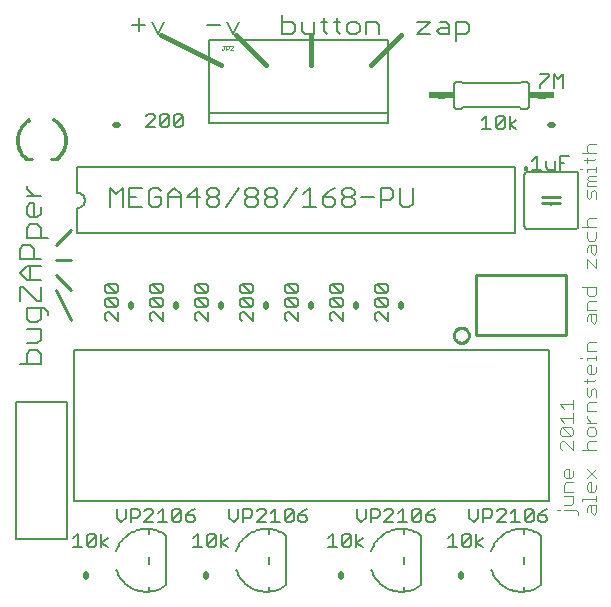
<source format=gto>
G75*
G70*
%OFA0B0*%
%FSLAX24Y24*%
%IPPOS*%
%LPD*%
%AMOC8*
5,1,8,0,0,1.08239X$1,22.5*
%
%ADD10C,0.0060*%
%ADD11C,0.0160*%
%ADD12C,0.0040*%
%ADD13C,0.0100*%
%ADD14C,0.0050*%
%ADD15C,0.0200*%
%ADD16C,0.0070*%
%ADD17C,0.0080*%
%ADD18C,0.0010*%
%ADD19R,0.0340X0.0240*%
%ADD20C,0.0240*%
D10*
X000390Y008131D02*
X001091Y008131D01*
X001091Y008481D01*
X000974Y008598D01*
X000741Y008598D01*
X000624Y008481D01*
X000624Y008131D01*
X000624Y008831D02*
X000974Y008831D01*
X001091Y008947D01*
X001091Y009298D01*
X000624Y009298D01*
X000741Y009530D02*
X000974Y009530D01*
X001091Y009647D01*
X001091Y009997D01*
X001208Y009997D02*
X001324Y009881D01*
X001324Y009764D01*
X001208Y009997D02*
X000624Y009997D01*
X000624Y009647D01*
X000741Y009530D01*
X000974Y010230D02*
X001091Y010230D01*
X001091Y010697D01*
X001091Y010930D02*
X000624Y010930D01*
X000390Y011163D01*
X000624Y011397D01*
X001091Y011397D01*
X001091Y011630D02*
X000390Y011630D01*
X000390Y011980D01*
X000507Y012097D01*
X000741Y012097D01*
X000857Y011980D01*
X000857Y011630D01*
X000741Y011397D02*
X000741Y010930D01*
X000507Y010697D02*
X000390Y010697D01*
X000390Y010230D01*
X000507Y010697D02*
X000974Y010230D01*
X001091Y012329D02*
X001091Y012680D01*
X000974Y012796D01*
X000741Y012796D01*
X000624Y012680D01*
X000624Y012329D01*
X001324Y012329D01*
X000974Y013029D02*
X000741Y013029D01*
X000624Y013146D01*
X000624Y013379D01*
X000741Y013496D01*
X000857Y013496D01*
X000857Y013029D01*
X000974Y013029D02*
X001091Y013146D01*
X001091Y013379D01*
X001091Y013729D02*
X000624Y013729D01*
X000857Y013729D02*
X000624Y013962D01*
X000624Y014079D01*
X002321Y013851D02*
X002321Y014701D01*
X016921Y014701D01*
X016921Y012501D01*
X002321Y012501D01*
X002321Y013351D01*
X002351Y013353D01*
X002381Y013358D01*
X002410Y013367D01*
X002437Y013380D01*
X002463Y013395D01*
X002487Y013414D01*
X002508Y013435D01*
X002527Y013459D01*
X002542Y013485D01*
X002555Y013512D01*
X002564Y013541D01*
X002569Y013571D01*
X002571Y013601D01*
X002569Y013631D01*
X002564Y013661D01*
X002555Y013690D01*
X002542Y013717D01*
X002527Y013743D01*
X002508Y013767D01*
X002487Y013788D01*
X002463Y013807D01*
X002437Y013822D01*
X002410Y013835D01*
X002381Y013844D01*
X002351Y013849D01*
X002321Y013851D01*
X005009Y019131D02*
X005222Y019558D01*
X004795Y019558D02*
X005009Y019131D01*
X004578Y019451D02*
X004151Y019451D01*
X004364Y019665D02*
X004364Y019238D01*
X006651Y019451D02*
X007078Y019451D01*
X007295Y019558D02*
X007509Y019131D01*
X007722Y019558D01*
X009151Y019558D02*
X009471Y019558D01*
X009578Y019451D01*
X009578Y019238D01*
X009471Y019131D01*
X009151Y019131D01*
X009151Y019771D01*
X009795Y019558D02*
X009795Y019238D01*
X009902Y019131D01*
X010222Y019131D01*
X010222Y019558D01*
X010440Y019558D02*
X010654Y019558D01*
X010547Y019665D02*
X010547Y019238D01*
X010654Y019131D01*
X010976Y019238D02*
X011083Y019131D01*
X010976Y019238D02*
X010976Y019665D01*
X010870Y019558D02*
X011083Y019558D01*
X011299Y019451D02*
X011299Y019238D01*
X011406Y019131D01*
X011620Y019131D01*
X011726Y019238D01*
X011726Y019451D01*
X011620Y019558D01*
X011406Y019558D01*
X011299Y019451D01*
X011944Y019558D02*
X011944Y019131D01*
X011944Y019558D02*
X012264Y019558D01*
X012371Y019451D01*
X012371Y019131D01*
X013651Y019131D02*
X014078Y019131D01*
X014295Y019238D02*
X014402Y019344D01*
X014722Y019344D01*
X014722Y019451D02*
X014616Y019558D01*
X014402Y019558D01*
X014078Y019558D02*
X013651Y019131D01*
X013651Y019558D02*
X014078Y019558D01*
X014295Y019238D02*
X014402Y019131D01*
X014722Y019131D01*
X014722Y019451D01*
X014940Y019558D02*
X015260Y019558D01*
X015367Y019451D01*
X015367Y019238D01*
X015260Y019131D01*
X014940Y019131D01*
X014940Y018917D02*
X014940Y019558D01*
X014971Y017551D02*
X015121Y017551D01*
X015171Y017501D01*
X017071Y017501D01*
X017121Y017551D01*
X017271Y017551D01*
X017288Y017549D01*
X017305Y017545D01*
X017321Y017538D01*
X017335Y017528D01*
X017348Y017515D01*
X017358Y017501D01*
X017365Y017485D01*
X017369Y017468D01*
X017371Y017451D01*
X017371Y016751D01*
X017369Y016734D01*
X017365Y016717D01*
X017358Y016701D01*
X017348Y016687D01*
X017335Y016674D01*
X017321Y016664D01*
X017305Y016657D01*
X017288Y016653D01*
X017271Y016651D01*
X017121Y016651D01*
X017071Y016701D01*
X015171Y016701D01*
X015121Y016651D01*
X014971Y016651D01*
X014954Y016653D01*
X014937Y016657D01*
X014921Y016664D01*
X014907Y016674D01*
X014894Y016687D01*
X014884Y016701D01*
X014877Y016717D01*
X014873Y016734D01*
X014871Y016751D01*
X014871Y017451D01*
X014873Y017468D01*
X014877Y017485D01*
X014884Y017501D01*
X014894Y017515D01*
X014907Y017528D01*
X014921Y017538D01*
X014937Y017545D01*
X014954Y017549D01*
X014971Y017551D01*
X017321Y014551D02*
X018921Y014551D01*
X018938Y014549D01*
X018955Y014545D01*
X018971Y014538D01*
X018985Y014528D01*
X018998Y014515D01*
X019008Y014501D01*
X019015Y014485D01*
X019019Y014468D01*
X019021Y014451D01*
X019021Y012751D01*
X019019Y012734D01*
X019015Y012717D01*
X019008Y012701D01*
X018998Y012687D01*
X018985Y012674D01*
X018971Y012664D01*
X018955Y012657D01*
X018938Y012653D01*
X018921Y012651D01*
X017321Y012651D01*
X017304Y012653D01*
X017287Y012657D01*
X017271Y012664D01*
X017257Y012674D01*
X017244Y012687D01*
X017234Y012701D01*
X017227Y012717D01*
X017223Y012734D01*
X017221Y012751D01*
X017221Y014451D01*
X017223Y014468D01*
X017227Y014485D01*
X017234Y014501D01*
X017244Y014515D01*
X017257Y014528D01*
X017271Y014538D01*
X017287Y014545D01*
X017304Y014549D01*
X017321Y014551D01*
X018121Y013751D02*
X018121Y013701D01*
X018121Y013501D02*
X018121Y013451D01*
D11*
X013121Y019101D02*
X012121Y018101D01*
X010121Y018101D02*
X010121Y019101D01*
X008621Y018101D02*
X007621Y019101D01*
X007121Y018101D02*
X005121Y019101D01*
D12*
X018391Y006804D02*
X018851Y006804D01*
X018851Y006957D02*
X018851Y006650D01*
X018851Y006497D02*
X018851Y006190D01*
X018851Y006343D02*
X018391Y006343D01*
X018544Y006190D01*
X018467Y006036D02*
X018774Y005729D01*
X018851Y005806D01*
X018851Y005960D01*
X018774Y006036D01*
X018467Y006036D01*
X018391Y005960D01*
X018391Y005806D01*
X018467Y005729D01*
X018774Y005729D01*
X018851Y005576D02*
X018851Y005269D01*
X018544Y005576D01*
X018467Y005576D01*
X018391Y005499D01*
X018391Y005346D01*
X018467Y005269D01*
X018621Y004655D02*
X018698Y004655D01*
X018698Y004348D01*
X018774Y004348D02*
X018621Y004348D01*
X018544Y004425D01*
X018544Y004579D01*
X018621Y004655D01*
X018851Y004579D02*
X018851Y004425D01*
X018774Y004348D01*
X018851Y004195D02*
X018621Y004195D01*
X018544Y004118D01*
X018544Y003888D01*
X018851Y003888D01*
X018851Y003735D02*
X018544Y003735D01*
X018851Y003735D02*
X018851Y003504D01*
X018774Y003428D01*
X018544Y003428D01*
X018544Y003274D02*
X018928Y003274D01*
X019004Y003197D01*
X019004Y003121D01*
X019294Y003197D02*
X019294Y003351D01*
X019371Y003428D01*
X019601Y003428D01*
X019601Y003197D01*
X019524Y003121D01*
X019448Y003197D01*
X019448Y003428D01*
X019601Y003581D02*
X019601Y003735D01*
X019601Y003658D02*
X019141Y003658D01*
X019141Y003581D01*
X019371Y003888D02*
X019294Y003965D01*
X019294Y004118D01*
X019371Y004195D01*
X019448Y004195D01*
X019448Y003888D01*
X019524Y003888D02*
X019371Y003888D01*
X019524Y003888D02*
X019601Y003965D01*
X019601Y004118D01*
X019601Y004348D02*
X019294Y004655D01*
X019294Y004348D02*
X019601Y004655D01*
X019601Y005269D02*
X019141Y005269D01*
X019294Y005346D02*
X019294Y005499D01*
X019371Y005576D01*
X019601Y005576D01*
X019524Y005729D02*
X019371Y005729D01*
X019294Y005806D01*
X019294Y005960D01*
X019371Y006036D01*
X019524Y006036D01*
X019601Y005960D01*
X019601Y005806D01*
X019524Y005729D01*
X019294Y005346D02*
X019371Y005269D01*
X019448Y006190D02*
X019294Y006343D01*
X019294Y006420D01*
X019294Y006573D02*
X019294Y006804D01*
X019371Y006880D01*
X019601Y006880D01*
X019601Y007034D02*
X019601Y007264D01*
X019524Y007341D01*
X019448Y007264D01*
X019448Y007110D01*
X019371Y007034D01*
X019294Y007110D01*
X019294Y007341D01*
X019294Y007494D02*
X019294Y007648D01*
X019217Y007571D02*
X019524Y007571D01*
X019601Y007648D01*
X019524Y007801D02*
X019371Y007801D01*
X019294Y007878D01*
X019294Y008031D01*
X019371Y008108D01*
X019448Y008108D01*
X019448Y007801D01*
X019524Y007801D02*
X019601Y007878D01*
X019601Y008031D01*
X019601Y008261D02*
X019601Y008415D01*
X019601Y008338D02*
X019294Y008338D01*
X019294Y008261D01*
X019141Y008338D02*
X019064Y008338D01*
X019294Y008568D02*
X019294Y008798D01*
X019371Y008875D01*
X019601Y008875D01*
X019601Y008568D02*
X019294Y008568D01*
X019524Y009489D02*
X019448Y009566D01*
X019448Y009796D01*
X019371Y009796D02*
X019601Y009796D01*
X019601Y009566D01*
X019524Y009489D01*
X019294Y009566D02*
X019294Y009719D01*
X019371Y009796D01*
X019294Y009949D02*
X019294Y010179D01*
X019371Y010256D01*
X019601Y010256D01*
X019524Y010410D02*
X019371Y010410D01*
X019294Y010486D01*
X019294Y010717D01*
X019141Y010717D02*
X019601Y010717D01*
X019601Y010486D01*
X019524Y010410D01*
X019601Y009949D02*
X019294Y009949D01*
X019294Y011330D02*
X019294Y011637D01*
X019601Y011330D01*
X019601Y011637D01*
X019524Y011791D02*
X019448Y011867D01*
X019448Y012098D01*
X019371Y012098D02*
X019601Y012098D01*
X019601Y011867D01*
X019524Y011791D01*
X019294Y011867D02*
X019294Y012021D01*
X019371Y012098D01*
X019371Y012251D02*
X019524Y012251D01*
X019601Y012328D01*
X019601Y012558D01*
X019601Y012711D02*
X019141Y012711D01*
X019294Y012788D02*
X019294Y012942D01*
X019371Y013018D01*
X019601Y013018D01*
X019371Y012711D02*
X019294Y012788D01*
X019294Y012558D02*
X019294Y012328D01*
X019371Y012251D01*
X019371Y013632D02*
X019294Y013709D01*
X019294Y013939D01*
X019294Y014093D02*
X019294Y014169D01*
X019371Y014246D01*
X019294Y014323D01*
X019371Y014399D01*
X019601Y014399D01*
X019601Y014246D02*
X019371Y014246D01*
X019294Y014093D02*
X019601Y014093D01*
X019524Y013939D02*
X019448Y013862D01*
X019448Y013709D01*
X019371Y013632D01*
X019601Y013632D02*
X019601Y013862D01*
X019524Y013939D01*
X019601Y014553D02*
X019601Y014706D01*
X019601Y014630D02*
X019294Y014630D01*
X019294Y014553D01*
X019141Y014630D02*
X019064Y014630D01*
X019217Y014936D02*
X019524Y014936D01*
X019601Y015013D01*
X019601Y015167D02*
X019141Y015167D01*
X019294Y015243D02*
X019294Y015397D01*
X019371Y015474D01*
X019601Y015474D01*
X019371Y015167D02*
X019294Y015243D01*
X019294Y015013D02*
X019294Y014860D01*
X018391Y006804D02*
X018544Y006650D01*
X019294Y006573D02*
X019601Y006573D01*
X019601Y006190D02*
X019294Y006190D01*
X018391Y003274D02*
X018314Y003274D01*
D13*
X018621Y009101D02*
X015621Y009101D01*
X015621Y011101D01*
X018621Y011101D01*
X018621Y009101D01*
X014871Y009101D02*
X014873Y009132D01*
X014879Y009163D01*
X014889Y009193D01*
X014902Y009221D01*
X014919Y009248D01*
X014939Y009272D01*
X014962Y009294D01*
X014987Y009312D01*
X015015Y009327D01*
X015044Y009339D01*
X015074Y009347D01*
X015105Y009351D01*
X015137Y009351D01*
X015168Y009347D01*
X015198Y009339D01*
X015227Y009327D01*
X015255Y009312D01*
X015280Y009294D01*
X015303Y009272D01*
X015323Y009248D01*
X015340Y009221D01*
X015353Y009193D01*
X015363Y009163D01*
X015369Y009132D01*
X015371Y009101D01*
X015369Y009070D01*
X015363Y009039D01*
X015353Y009009D01*
X015340Y008981D01*
X015323Y008954D01*
X015303Y008930D01*
X015280Y008908D01*
X015255Y008890D01*
X015227Y008875D01*
X015198Y008863D01*
X015168Y008855D01*
X015137Y008851D01*
X015105Y008851D01*
X015074Y008855D01*
X015044Y008863D01*
X015015Y008875D01*
X014987Y008890D01*
X014962Y008908D01*
X014939Y008930D01*
X014919Y008954D01*
X014902Y008981D01*
X014889Y009009D01*
X014879Y009039D01*
X014873Y009070D01*
X014871Y009101D01*
X017821Y013501D02*
X018121Y013501D01*
X018421Y013501D01*
X018421Y013701D02*
X018121Y013701D01*
X017821Y013701D01*
X002121Y012601D02*
X001621Y012101D01*
X001621Y011601D02*
X002121Y011601D01*
X001621Y011101D02*
X002121Y010601D01*
X001621Y010601D02*
X002121Y009601D01*
X001631Y014981D02*
X001431Y014981D01*
X000791Y014981D02*
X000611Y014981D01*
D14*
X002182Y002036D02*
X002482Y002036D01*
X002332Y002036D02*
X002332Y002486D01*
X002182Y002336D01*
X002642Y002411D02*
X002642Y002111D01*
X002942Y002411D01*
X002942Y002111D01*
X002867Y002036D01*
X002717Y002036D01*
X002642Y002111D01*
X002642Y002411D02*
X002717Y002486D01*
X002867Y002486D01*
X002942Y002411D01*
X003102Y002486D02*
X003102Y002036D01*
X003102Y002186D02*
X003327Y002336D01*
X003102Y002186D02*
X003327Y002036D01*
X003784Y002876D02*
X003934Y003026D01*
X003934Y003326D01*
X004094Y003326D02*
X004319Y003326D01*
X004394Y003251D01*
X004394Y003101D01*
X004319Y003026D01*
X004094Y003026D01*
X004094Y002876D02*
X004094Y003326D01*
X003634Y003326D02*
X003634Y003026D01*
X003784Y002876D01*
X004554Y002876D02*
X004855Y003176D01*
X004855Y003251D01*
X004779Y003326D01*
X004629Y003326D01*
X004554Y003251D01*
X004554Y002876D02*
X004855Y002876D01*
X005015Y002876D02*
X005315Y002876D01*
X005165Y002876D02*
X005165Y003326D01*
X005015Y003176D01*
X004721Y002646D02*
X004721Y002488D01*
X005271Y002425D02*
X005271Y000776D01*
X004721Y000714D02*
X004721Y000556D01*
X004721Y001488D02*
X004721Y001714D01*
X005271Y002426D02*
X005220Y002463D01*
X005167Y002498D01*
X005111Y002530D01*
X005054Y002558D01*
X004995Y002582D01*
X004935Y002603D01*
X004874Y002620D01*
X004812Y002634D01*
X004749Y002643D01*
X004686Y002649D01*
X004622Y002651D01*
X004558Y002649D01*
X004495Y002643D01*
X004432Y002634D01*
X004370Y002621D01*
X004309Y002603D01*
X004249Y002583D01*
X004190Y002558D01*
X004133Y002531D01*
X004077Y002499D01*
X004024Y002465D01*
X003973Y002427D01*
X003924Y002386D01*
X003878Y002342D01*
X003834Y002296D01*
X003793Y002247D01*
X003756Y002196D01*
X003721Y002142D01*
X003690Y002087D01*
X003662Y002030D01*
X003638Y001971D01*
X003618Y001911D01*
X003618Y001291D02*
X003638Y001232D01*
X003661Y001175D01*
X003688Y001118D01*
X003719Y001064D01*
X003752Y001011D01*
X003789Y000961D01*
X003828Y000912D01*
X003871Y000867D01*
X003916Y000823D01*
X003963Y000783D01*
X004013Y000745D01*
X004065Y000710D01*
X004119Y000679D01*
X004174Y000651D01*
X004231Y000626D01*
X004290Y000605D01*
X004350Y000587D01*
X004411Y000572D01*
X004472Y000562D01*
X004534Y000555D01*
X004596Y000551D01*
X004659Y000552D01*
X004721Y000556D01*
X004781Y000563D01*
X004840Y000574D01*
X004898Y000588D01*
X004955Y000606D01*
X005012Y000626D01*
X005067Y000650D01*
X005121Y000677D01*
X005173Y000708D01*
X005223Y000741D01*
X005271Y000776D01*
X006182Y002036D02*
X006482Y002036D01*
X006332Y002036D02*
X006332Y002486D01*
X006182Y002336D01*
X006642Y002411D02*
X006642Y002111D01*
X006942Y002411D01*
X006942Y002111D01*
X006867Y002036D01*
X006717Y002036D01*
X006642Y002111D01*
X006642Y002411D02*
X006717Y002486D01*
X006867Y002486D01*
X006942Y002411D01*
X007102Y002486D02*
X007102Y002036D01*
X007102Y002186D02*
X007327Y002336D01*
X007102Y002186D02*
X007327Y002036D01*
X007534Y002876D02*
X007384Y003026D01*
X007384Y003326D01*
X007684Y003326D02*
X007684Y003026D01*
X007534Y002876D01*
X007844Y002876D02*
X007844Y003326D01*
X008069Y003326D01*
X008144Y003251D01*
X008144Y003101D01*
X008069Y003026D01*
X007844Y003026D01*
X008304Y002876D02*
X008605Y003176D01*
X008605Y003251D01*
X008529Y003326D01*
X008379Y003326D01*
X008304Y003251D01*
X008304Y002876D02*
X008605Y002876D01*
X008765Y002876D02*
X009065Y002876D01*
X008915Y002876D02*
X008915Y003326D01*
X008765Y003176D01*
X009225Y003251D02*
X009225Y002951D01*
X009525Y003251D01*
X009525Y002951D01*
X009450Y002876D01*
X009300Y002876D01*
X009225Y002951D01*
X009225Y003251D02*
X009300Y003326D01*
X009450Y003326D01*
X009525Y003251D01*
X009685Y003101D02*
X009911Y003101D01*
X009986Y003026D01*
X009986Y002951D01*
X009911Y002876D01*
X009760Y002876D01*
X009685Y002951D01*
X009685Y003101D01*
X009836Y003251D01*
X009986Y003326D01*
X009271Y002425D02*
X009271Y000776D01*
X008721Y000714D02*
X008721Y000556D01*
X008721Y001488D02*
X008721Y001714D01*
X009271Y002426D02*
X009220Y002463D01*
X009167Y002498D01*
X009111Y002530D01*
X009054Y002558D01*
X008995Y002582D01*
X008935Y002603D01*
X008874Y002620D01*
X008812Y002634D01*
X008749Y002643D01*
X008686Y002649D01*
X008622Y002651D01*
X008558Y002649D01*
X008495Y002643D01*
X008432Y002634D01*
X008370Y002621D01*
X008309Y002603D01*
X008249Y002583D01*
X008190Y002558D01*
X008133Y002531D01*
X008077Y002499D01*
X008024Y002465D01*
X007973Y002427D01*
X007924Y002386D01*
X007878Y002342D01*
X007834Y002296D01*
X007793Y002247D01*
X007756Y002196D01*
X007721Y002142D01*
X007690Y002087D01*
X007662Y002030D01*
X007638Y001971D01*
X007618Y001911D01*
X007618Y001291D02*
X007638Y001232D01*
X007661Y001175D01*
X007688Y001118D01*
X007719Y001064D01*
X007752Y001011D01*
X007789Y000961D01*
X007828Y000912D01*
X007871Y000867D01*
X007916Y000823D01*
X007963Y000783D01*
X008013Y000745D01*
X008065Y000710D01*
X008119Y000679D01*
X008174Y000651D01*
X008231Y000626D01*
X008290Y000605D01*
X008350Y000587D01*
X008411Y000572D01*
X008472Y000562D01*
X008534Y000555D01*
X008596Y000551D01*
X008659Y000552D01*
X008721Y000556D01*
X008781Y000563D01*
X008840Y000574D01*
X008898Y000588D01*
X008955Y000606D01*
X009012Y000626D01*
X009067Y000650D01*
X009121Y000677D01*
X009173Y000708D01*
X009223Y000741D01*
X009271Y000776D01*
X010682Y002036D02*
X010982Y002036D01*
X010832Y002036D02*
X010832Y002486D01*
X010682Y002336D01*
X011142Y002411D02*
X011142Y002111D01*
X011442Y002411D01*
X011442Y002111D01*
X011367Y002036D01*
X011217Y002036D01*
X011142Y002111D01*
X011142Y002411D02*
X011217Y002486D01*
X011367Y002486D01*
X011442Y002411D01*
X011602Y002486D02*
X011602Y002036D01*
X011602Y002186D02*
X011827Y002336D01*
X011602Y002186D02*
X011827Y002036D01*
X011784Y002876D02*
X011634Y003026D01*
X011634Y003326D01*
X011934Y003326D02*
X011934Y003026D01*
X011784Y002876D01*
X012094Y002876D02*
X012094Y003326D01*
X012319Y003326D01*
X012394Y003251D01*
X012394Y003101D01*
X012319Y003026D01*
X012094Y003026D01*
X012554Y002876D02*
X012855Y003176D01*
X012855Y003251D01*
X012779Y003326D01*
X012629Y003326D01*
X012554Y003251D01*
X012554Y002876D02*
X012855Y002876D01*
X013015Y002876D02*
X013315Y002876D01*
X013165Y002876D02*
X013165Y003326D01*
X013015Y003176D01*
X013221Y002646D02*
X013221Y002488D01*
X013550Y002876D02*
X013475Y002951D01*
X013775Y003251D01*
X013775Y002951D01*
X013700Y002876D01*
X013550Y002876D01*
X013475Y002951D02*
X013475Y003251D01*
X013550Y003326D01*
X013700Y003326D01*
X013775Y003251D01*
X013935Y003101D02*
X014161Y003101D01*
X014236Y003026D01*
X014236Y002951D01*
X014161Y002876D01*
X014010Y002876D01*
X013935Y002951D01*
X013935Y003101D01*
X014086Y003251D01*
X014236Y003326D01*
X013771Y002425D02*
X013771Y000776D01*
X013221Y000714D02*
X013221Y000556D01*
X013221Y001488D02*
X013221Y001714D01*
X013771Y002426D02*
X013720Y002463D01*
X013667Y002498D01*
X013611Y002530D01*
X013554Y002558D01*
X013495Y002582D01*
X013435Y002603D01*
X013374Y002620D01*
X013312Y002634D01*
X013249Y002643D01*
X013186Y002649D01*
X013122Y002651D01*
X013058Y002649D01*
X012995Y002643D01*
X012932Y002634D01*
X012870Y002621D01*
X012809Y002603D01*
X012749Y002583D01*
X012690Y002558D01*
X012633Y002531D01*
X012577Y002499D01*
X012524Y002465D01*
X012473Y002427D01*
X012424Y002386D01*
X012378Y002342D01*
X012334Y002296D01*
X012293Y002247D01*
X012256Y002196D01*
X012221Y002142D01*
X012190Y002087D01*
X012162Y002030D01*
X012138Y001971D01*
X012118Y001911D01*
X012118Y001291D02*
X012138Y001232D01*
X012161Y001175D01*
X012188Y001118D01*
X012219Y001064D01*
X012252Y001011D01*
X012289Y000961D01*
X012328Y000912D01*
X012371Y000867D01*
X012416Y000823D01*
X012463Y000783D01*
X012513Y000745D01*
X012565Y000710D01*
X012619Y000679D01*
X012674Y000651D01*
X012731Y000626D01*
X012790Y000605D01*
X012850Y000587D01*
X012911Y000572D01*
X012972Y000562D01*
X013034Y000555D01*
X013096Y000551D01*
X013159Y000552D01*
X013221Y000556D01*
X013281Y000563D01*
X013340Y000574D01*
X013398Y000588D01*
X013455Y000606D01*
X013512Y000626D01*
X013567Y000650D01*
X013621Y000677D01*
X013673Y000708D01*
X013723Y000741D01*
X013771Y000776D01*
X014682Y002036D02*
X014982Y002036D01*
X014832Y002036D02*
X014832Y002486D01*
X014682Y002336D01*
X015142Y002411D02*
X015142Y002111D01*
X015442Y002411D01*
X015442Y002111D01*
X015367Y002036D01*
X015217Y002036D01*
X015142Y002111D01*
X015142Y002411D02*
X015217Y002486D01*
X015367Y002486D01*
X015442Y002411D01*
X015602Y002486D02*
X015602Y002036D01*
X015602Y002186D02*
X015827Y002336D01*
X015602Y002186D02*
X015827Y002036D01*
X015844Y002876D02*
X015844Y003326D01*
X016069Y003326D01*
X016144Y003251D01*
X016144Y003101D01*
X016069Y003026D01*
X015844Y003026D01*
X015684Y003026D02*
X015684Y003326D01*
X015684Y003026D02*
X015534Y002876D01*
X015384Y003026D01*
X015384Y003326D01*
X016304Y003251D02*
X016379Y003326D01*
X016529Y003326D01*
X016605Y003251D01*
X016605Y003176D01*
X016304Y002876D01*
X016605Y002876D01*
X016765Y002876D02*
X017065Y002876D01*
X016915Y002876D02*
X016915Y003326D01*
X016765Y003176D01*
X017225Y003251D02*
X017225Y002951D01*
X017525Y003251D01*
X017525Y002951D01*
X017450Y002876D01*
X017300Y002876D01*
X017225Y002951D01*
X017221Y002646D02*
X017221Y002488D01*
X017771Y002425D02*
X017771Y000776D01*
X017221Y000714D02*
X017221Y000556D01*
X017221Y001488D02*
X017221Y001714D01*
X017771Y002426D02*
X017720Y002463D01*
X017667Y002498D01*
X017611Y002530D01*
X017554Y002558D01*
X017495Y002582D01*
X017435Y002603D01*
X017374Y002620D01*
X017312Y002634D01*
X017249Y002643D01*
X017186Y002649D01*
X017122Y002651D01*
X017058Y002649D01*
X016995Y002643D01*
X016932Y002634D01*
X016870Y002621D01*
X016809Y002603D01*
X016749Y002583D01*
X016690Y002558D01*
X016633Y002531D01*
X016577Y002499D01*
X016524Y002465D01*
X016473Y002427D01*
X016424Y002386D01*
X016378Y002342D01*
X016334Y002296D01*
X016293Y002247D01*
X016256Y002196D01*
X016221Y002142D01*
X016190Y002087D01*
X016162Y002030D01*
X016138Y001971D01*
X016118Y001911D01*
X016118Y001291D02*
X016138Y001232D01*
X016161Y001175D01*
X016188Y001118D01*
X016219Y001064D01*
X016252Y001011D01*
X016289Y000961D01*
X016328Y000912D01*
X016371Y000867D01*
X016416Y000823D01*
X016463Y000783D01*
X016513Y000745D01*
X016565Y000710D01*
X016619Y000679D01*
X016674Y000651D01*
X016731Y000626D01*
X016790Y000605D01*
X016850Y000587D01*
X016911Y000572D01*
X016972Y000562D01*
X017034Y000555D01*
X017096Y000551D01*
X017159Y000552D01*
X017221Y000556D01*
X017281Y000563D01*
X017340Y000574D01*
X017398Y000588D01*
X017455Y000606D01*
X017512Y000626D01*
X017567Y000650D01*
X017621Y000677D01*
X017673Y000708D01*
X017723Y000741D01*
X017771Y000776D01*
X017760Y002876D02*
X017911Y002876D01*
X017986Y002951D01*
X017986Y003026D01*
X017911Y003101D01*
X017685Y003101D01*
X017685Y002951D01*
X017760Y002876D01*
X017685Y003101D02*
X017836Y003251D01*
X017986Y003326D01*
X018030Y003581D02*
X018030Y008620D01*
X002211Y008620D01*
X002211Y003581D01*
X018030Y003581D01*
X017525Y003251D02*
X017450Y003326D01*
X017300Y003326D01*
X017225Y003251D01*
X012686Y009585D02*
X012386Y009885D01*
X012311Y009885D01*
X012236Y009810D01*
X012236Y009660D01*
X012311Y009585D01*
X012686Y009585D02*
X012686Y009885D01*
X012611Y010045D02*
X012311Y010345D01*
X012611Y010345D01*
X012686Y010270D01*
X012686Y010120D01*
X012611Y010045D01*
X012311Y010045D01*
X012236Y010120D01*
X012236Y010270D01*
X012311Y010345D01*
X012311Y010505D02*
X012236Y010580D01*
X012236Y010731D01*
X012311Y010806D01*
X012611Y010505D01*
X012686Y010580D01*
X012686Y010731D01*
X012611Y010806D01*
X012311Y010806D01*
X012311Y010505D02*
X012611Y010505D01*
X011186Y010580D02*
X011111Y010505D01*
X010811Y010806D01*
X011111Y010806D01*
X011186Y010731D01*
X011186Y010580D01*
X011111Y010505D02*
X010811Y010505D01*
X010736Y010580D01*
X010736Y010731D01*
X010811Y010806D01*
X010811Y010345D02*
X011111Y010045D01*
X011186Y010120D01*
X011186Y010270D01*
X011111Y010345D01*
X010811Y010345D01*
X010736Y010270D01*
X010736Y010120D01*
X010811Y010045D01*
X011111Y010045D01*
X011186Y009885D02*
X011186Y009585D01*
X010886Y009885D01*
X010811Y009885D01*
X010736Y009810D01*
X010736Y009660D01*
X010811Y009585D01*
X009686Y009585D02*
X009386Y009885D01*
X009311Y009885D01*
X009236Y009810D01*
X009236Y009660D01*
X009311Y009585D01*
X009686Y009585D02*
X009686Y009885D01*
X009611Y010045D02*
X009311Y010345D01*
X009611Y010345D01*
X009686Y010270D01*
X009686Y010120D01*
X009611Y010045D01*
X009311Y010045D01*
X009236Y010120D01*
X009236Y010270D01*
X009311Y010345D01*
X009311Y010505D02*
X009236Y010580D01*
X009236Y010731D01*
X009311Y010806D01*
X009611Y010505D01*
X009686Y010580D01*
X009686Y010731D01*
X009611Y010806D01*
X009311Y010806D01*
X009311Y010505D02*
X009611Y010505D01*
X008186Y010580D02*
X008111Y010505D01*
X007811Y010806D01*
X008111Y010806D01*
X008186Y010731D01*
X008186Y010580D01*
X008111Y010505D02*
X007811Y010505D01*
X007736Y010580D01*
X007736Y010731D01*
X007811Y010806D01*
X007811Y010345D02*
X008111Y010045D01*
X008186Y010120D01*
X008186Y010270D01*
X008111Y010345D01*
X007811Y010345D01*
X007736Y010270D01*
X007736Y010120D01*
X007811Y010045D01*
X008111Y010045D01*
X008186Y009885D02*
X008186Y009585D01*
X007886Y009885D01*
X007811Y009885D01*
X007736Y009810D01*
X007736Y009660D01*
X007811Y009585D01*
X006686Y009585D02*
X006386Y009885D01*
X006311Y009885D01*
X006236Y009810D01*
X006236Y009660D01*
X006311Y009585D01*
X006686Y009585D02*
X006686Y009885D01*
X006611Y010045D02*
X006311Y010345D01*
X006611Y010345D01*
X006686Y010270D01*
X006686Y010120D01*
X006611Y010045D01*
X006311Y010045D01*
X006236Y010120D01*
X006236Y010270D01*
X006311Y010345D01*
X006311Y010505D02*
X006236Y010580D01*
X006236Y010731D01*
X006311Y010806D01*
X006611Y010505D01*
X006686Y010580D01*
X006686Y010731D01*
X006611Y010806D01*
X006311Y010806D01*
X006311Y010505D02*
X006611Y010505D01*
X005186Y010580D02*
X005111Y010505D01*
X004811Y010806D01*
X005111Y010806D01*
X005186Y010731D01*
X005186Y010580D01*
X005111Y010505D02*
X004811Y010505D01*
X004736Y010580D01*
X004736Y010731D01*
X004811Y010806D01*
X004811Y010345D02*
X005111Y010045D01*
X005186Y010120D01*
X005186Y010270D01*
X005111Y010345D01*
X004811Y010345D01*
X004736Y010270D01*
X004736Y010120D01*
X004811Y010045D01*
X005111Y010045D01*
X005186Y009885D02*
X005186Y009585D01*
X004886Y009885D01*
X004811Y009885D01*
X004736Y009810D01*
X004736Y009660D01*
X004811Y009585D01*
X003686Y009585D02*
X003386Y009885D01*
X003311Y009885D01*
X003236Y009810D01*
X003236Y009660D01*
X003311Y009585D01*
X003686Y009585D02*
X003686Y009885D01*
X003611Y010045D02*
X003311Y010345D01*
X003611Y010345D01*
X003686Y010270D01*
X003686Y010120D01*
X003611Y010045D01*
X003311Y010045D01*
X003236Y010120D01*
X003236Y010270D01*
X003311Y010345D01*
X003311Y010505D02*
X003236Y010580D01*
X003236Y010731D01*
X003311Y010806D01*
X003611Y010505D01*
X003686Y010580D01*
X003686Y010731D01*
X003611Y010806D01*
X003311Y010806D01*
X003311Y010505D02*
X003611Y010505D01*
X004605Y016036D02*
X004905Y016336D01*
X004905Y016411D01*
X004830Y016486D01*
X004680Y016486D01*
X004605Y016411D01*
X004605Y016036D02*
X004905Y016036D01*
X005065Y016111D02*
X005365Y016411D01*
X005365Y016111D01*
X005290Y016036D01*
X005140Y016036D01*
X005065Y016111D01*
X005065Y016411D01*
X005140Y016486D01*
X005290Y016486D01*
X005365Y016411D01*
X005526Y016411D02*
X005601Y016486D01*
X005751Y016486D01*
X005826Y016411D01*
X005526Y016111D01*
X005601Y016036D01*
X005751Y016036D01*
X005826Y016111D01*
X005826Y016411D01*
X005526Y016411D02*
X005526Y016111D01*
X015806Y015966D02*
X016106Y015966D01*
X015956Y015966D02*
X015956Y016416D01*
X015806Y016266D01*
X016266Y016341D02*
X016266Y016041D01*
X016567Y016341D01*
X016567Y016041D01*
X016491Y015966D01*
X016341Y015966D01*
X016266Y016041D01*
X016266Y016341D02*
X016341Y016416D01*
X016491Y016416D01*
X016567Y016341D01*
X016727Y016416D02*
X016727Y015966D01*
X016727Y016116D02*
X016952Y016266D01*
X016727Y016116D02*
X016952Y015966D01*
X017626Y015076D02*
X017626Y014626D01*
X017476Y014626D02*
X017776Y014626D01*
X017936Y014701D02*
X017936Y014926D01*
X017936Y014701D02*
X018011Y014626D01*
X018237Y014626D01*
X018237Y014926D01*
X018397Y014851D02*
X018547Y014851D01*
X018397Y015076D02*
X018697Y015076D01*
X018397Y015076D02*
X018397Y014626D01*
X017626Y015076D02*
X017476Y014926D01*
X017321Y014701D02*
X017246Y014701D01*
X017246Y014626D01*
X017321Y014626D01*
X017321Y014701D01*
X017746Y017356D02*
X017746Y017431D01*
X018046Y017731D01*
X018046Y017806D01*
X017746Y017806D01*
X018206Y017806D02*
X018356Y017656D01*
X018507Y017806D01*
X018507Y017356D01*
X018206Y017356D02*
X018206Y017806D01*
X006236Y003326D02*
X006086Y003251D01*
X005935Y003101D01*
X006161Y003101D01*
X006236Y003026D01*
X006236Y002951D01*
X006161Y002876D01*
X006010Y002876D01*
X005935Y002951D01*
X005935Y003101D01*
X005775Y003251D02*
X005775Y002951D01*
X005700Y002876D01*
X005550Y002876D01*
X005475Y002951D01*
X005775Y003251D01*
X005700Y003326D01*
X005550Y003326D01*
X005475Y003251D01*
X005475Y002951D01*
X008721Y002646D02*
X008721Y002488D01*
D15*
X006621Y001151D02*
X006621Y001051D01*
X002621Y001051D02*
X002621Y001151D01*
X011121Y001051D02*
X011121Y001151D01*
X015121Y001151D02*
X015121Y001051D01*
X013121Y010051D02*
X013121Y010151D01*
X011621Y010151D02*
X011621Y010051D01*
X010121Y010051D02*
X010121Y010151D01*
X008621Y010151D02*
X008621Y010051D01*
X007121Y010051D02*
X007121Y010151D01*
X005621Y010151D02*
X005621Y010051D01*
X004121Y010051D02*
X004121Y010151D01*
X003671Y016101D02*
X003571Y016101D01*
X018071Y016101D02*
X018171Y016101D01*
D16*
X013494Y014016D02*
X013494Y013491D01*
X013389Y013386D01*
X013179Y013386D01*
X013074Y013491D01*
X013074Y014016D01*
X012850Y013911D02*
X012850Y013701D01*
X012745Y013596D01*
X012429Y013596D01*
X012429Y013386D02*
X012429Y014016D01*
X012745Y014016D01*
X012850Y013911D01*
X012205Y013701D02*
X011785Y013701D01*
X011561Y013596D02*
X011561Y013491D01*
X011456Y013386D01*
X011245Y013386D01*
X011140Y013491D01*
X011140Y013596D01*
X011245Y013701D01*
X011456Y013701D01*
X011561Y013596D01*
X011456Y013701D02*
X011561Y013806D01*
X011561Y013911D01*
X011456Y014016D01*
X011245Y014016D01*
X011140Y013911D01*
X011140Y013806D01*
X011245Y013701D01*
X010916Y013596D02*
X010916Y013491D01*
X010811Y013386D01*
X010601Y013386D01*
X010496Y013491D01*
X010496Y013701D01*
X010811Y013701D01*
X010916Y013596D01*
X010706Y013911D02*
X010496Y013701D01*
X010706Y013911D02*
X010916Y014016D01*
X010272Y013386D02*
X009851Y013386D01*
X010061Y013386D02*
X010061Y014016D01*
X009851Y013806D01*
X009627Y014016D02*
X009207Y013386D01*
X008983Y013491D02*
X008983Y013596D01*
X008877Y013701D01*
X008667Y013701D01*
X008562Y013806D01*
X008562Y013911D01*
X008667Y014016D01*
X008877Y014016D01*
X008983Y013911D01*
X008983Y013806D01*
X008877Y013701D01*
X008667Y013701D02*
X008562Y013596D01*
X008562Y013491D01*
X008667Y013386D01*
X008877Y013386D01*
X008983Y013491D01*
X008338Y013491D02*
X008233Y013386D01*
X008023Y013386D01*
X007918Y013491D01*
X007918Y013596D01*
X008023Y013701D01*
X008233Y013701D01*
X008338Y013596D01*
X008338Y013491D01*
X008233Y013701D02*
X008338Y013806D01*
X008338Y013911D01*
X008233Y014016D01*
X008023Y014016D01*
X007918Y013911D01*
X007918Y013806D01*
X008023Y013701D01*
X007693Y014016D02*
X007273Y013386D01*
X007049Y013491D02*
X007049Y013596D01*
X006944Y013701D01*
X006734Y013701D01*
X006629Y013806D01*
X006629Y013911D01*
X006734Y014016D01*
X006944Y014016D01*
X007049Y013911D01*
X007049Y013806D01*
X006944Y013701D01*
X006734Y013701D02*
X006629Y013596D01*
X006629Y013491D01*
X006734Y013386D01*
X006944Y013386D01*
X007049Y013491D01*
X006404Y013701D02*
X005984Y013701D01*
X006299Y014016D01*
X006299Y013386D01*
X005760Y013386D02*
X005760Y013806D01*
X005550Y014016D01*
X005340Y013806D01*
X005340Y013386D01*
X005115Y013491D02*
X005115Y013701D01*
X004905Y013701D01*
X004695Y013491D02*
X004800Y013386D01*
X005010Y013386D01*
X005115Y013491D01*
X005340Y013701D02*
X005760Y013701D01*
X005115Y013911D02*
X005010Y014016D01*
X004800Y014016D01*
X004695Y013911D01*
X004695Y013491D01*
X004471Y013386D02*
X004050Y013386D01*
X004050Y014016D01*
X004471Y014016D01*
X004261Y013701D02*
X004050Y013701D01*
X003826Y014016D02*
X003826Y013386D01*
X003616Y013806D02*
X003826Y014016D01*
X003616Y013806D02*
X003406Y014016D01*
X003406Y013386D01*
D17*
X006715Y016183D02*
X006715Y016498D01*
X012660Y016498D01*
X012660Y016183D01*
X006715Y016183D01*
X006715Y016498D02*
X006715Y018939D01*
X012660Y018939D01*
X012660Y016498D01*
X001977Y006890D02*
X000265Y006890D01*
X000265Y002311D01*
X001977Y002311D01*
X001977Y006890D01*
D18*
X001965Y015606D02*
X001875Y015606D01*
X001876Y015606D02*
X001874Y015660D01*
X001868Y015713D01*
X001858Y015766D01*
X001844Y015818D01*
X001827Y015869D01*
X001806Y015918D01*
X001782Y015966D01*
X001754Y016012D01*
X001723Y016056D01*
X001689Y016098D01*
X001653Y016137D01*
X001613Y016174D01*
X001571Y016207D01*
X001527Y016238D01*
X001481Y016265D01*
X001523Y016344D01*
X001572Y016316D01*
X001618Y016284D01*
X001663Y016249D01*
X001705Y016212D01*
X001744Y016171D01*
X001781Y016128D01*
X001815Y016083D01*
X001846Y016036D01*
X001873Y015986D01*
X001897Y015935D01*
X001918Y015883D01*
X001935Y015829D01*
X001948Y015774D01*
X001958Y015719D01*
X001964Y015662D01*
X001966Y015606D01*
X001957Y015606D01*
X001955Y015662D01*
X001949Y015717D01*
X001939Y015772D01*
X001926Y015827D01*
X001909Y015880D01*
X001889Y015932D01*
X001865Y015982D01*
X001838Y016031D01*
X001808Y016078D01*
X001774Y016123D01*
X001738Y016165D01*
X001699Y016205D01*
X001657Y016242D01*
X001613Y016277D01*
X001567Y016308D01*
X001519Y016336D01*
X001515Y016328D01*
X001562Y016300D01*
X001608Y016269D01*
X001651Y016235D01*
X001693Y016199D01*
X001731Y016159D01*
X001767Y016117D01*
X001800Y016073D01*
X001830Y016027D01*
X001857Y015978D01*
X001880Y015928D01*
X001901Y015877D01*
X001917Y015824D01*
X001930Y015771D01*
X001940Y015716D01*
X001946Y015661D01*
X001948Y015606D01*
X001939Y015606D01*
X001937Y015661D01*
X001931Y015715D01*
X001922Y015769D01*
X001909Y015822D01*
X001892Y015874D01*
X001872Y015925D01*
X001849Y015974D01*
X001822Y016022D01*
X001793Y016068D01*
X001760Y016112D01*
X001725Y016153D01*
X001686Y016192D01*
X001646Y016229D01*
X001603Y016262D01*
X001557Y016293D01*
X001510Y016320D01*
X001506Y016312D01*
X001553Y016285D01*
X001597Y016255D01*
X001640Y016222D01*
X001680Y016186D01*
X001718Y016147D01*
X001753Y016106D01*
X001785Y016063D01*
X001815Y016017D01*
X001841Y015970D01*
X001864Y015921D01*
X001884Y015871D01*
X001900Y015819D01*
X001913Y015767D01*
X001922Y015714D01*
X001928Y015660D01*
X001930Y015606D01*
X001921Y015606D01*
X001919Y015659D01*
X001913Y015713D01*
X001904Y015765D01*
X001891Y015817D01*
X001875Y015868D01*
X001856Y015918D01*
X001833Y015966D01*
X001807Y016013D01*
X001778Y016057D01*
X001746Y016100D01*
X001711Y016141D01*
X001674Y016179D01*
X001634Y016215D01*
X001592Y016248D01*
X001548Y016278D01*
X001502Y016305D01*
X001498Y016297D01*
X001543Y016270D01*
X001587Y016240D01*
X001628Y016208D01*
X001668Y016173D01*
X001705Y016135D01*
X001739Y016095D01*
X001771Y016052D01*
X001799Y016008D01*
X001825Y015962D01*
X001847Y015914D01*
X001867Y015865D01*
X001883Y015815D01*
X001895Y015763D01*
X001904Y015711D01*
X001910Y015659D01*
X001912Y015606D01*
X001903Y015606D01*
X001901Y015662D01*
X001894Y015717D01*
X001884Y015772D01*
X001870Y015826D01*
X001852Y015878D01*
X001831Y015930D01*
X001805Y015979D01*
X001777Y016027D01*
X001745Y016073D01*
X001710Y016116D01*
X001672Y016156D01*
X001631Y016194D01*
X001587Y016229D01*
X001541Y016260D01*
X001493Y016289D01*
X001489Y016281D01*
X001537Y016253D01*
X001582Y016222D01*
X001625Y016187D01*
X001665Y016150D01*
X001703Y016110D01*
X001738Y016067D01*
X001769Y016022D01*
X001798Y015975D01*
X001822Y015926D01*
X001844Y015875D01*
X001861Y015823D01*
X001875Y015770D01*
X001885Y015716D01*
X001892Y015661D01*
X001894Y015606D01*
X001885Y015606D01*
X001883Y015660D01*
X001877Y015714D01*
X001867Y015768D01*
X001853Y015820D01*
X001835Y015872D01*
X001814Y015922D01*
X001790Y015971D01*
X001762Y016017D01*
X001730Y016062D01*
X001696Y016104D01*
X001659Y016143D01*
X001619Y016180D01*
X001577Y016214D01*
X001532Y016245D01*
X001485Y016273D01*
X000698Y016332D02*
X000743Y016254D01*
X000742Y016254D02*
X000698Y016226D01*
X000656Y016195D01*
X000616Y016162D01*
X000578Y016126D01*
X000543Y016087D01*
X000511Y016046D01*
X000481Y016002D01*
X000455Y015957D01*
X000432Y015910D01*
X000412Y015862D01*
X000396Y015812D01*
X000383Y015762D01*
X000374Y015710D01*
X000368Y015658D01*
X000366Y015606D01*
X000277Y015605D01*
X000276Y015606D01*
X000278Y015661D01*
X000284Y015715D01*
X000293Y015770D01*
X000306Y015823D01*
X000322Y015875D01*
X000341Y015927D01*
X000364Y015977D01*
X000390Y016025D01*
X000419Y016072D01*
X000451Y016116D01*
X000486Y016159D01*
X000524Y016199D01*
X000564Y016236D01*
X000606Y016271D01*
X000651Y016303D01*
X000697Y016332D01*
X000702Y016324D01*
X000656Y016296D01*
X000612Y016264D01*
X000570Y016229D01*
X000530Y016192D01*
X000493Y016153D01*
X000458Y016111D01*
X000427Y016067D01*
X000398Y016021D01*
X000372Y015973D01*
X000350Y015923D01*
X000330Y015873D01*
X000314Y015821D01*
X000302Y015768D01*
X000293Y015714D01*
X000287Y015660D01*
X000285Y015606D01*
X000294Y015606D01*
X000296Y015660D01*
X000302Y015713D01*
X000311Y015766D01*
X000323Y015818D01*
X000339Y015870D01*
X000358Y015920D01*
X000380Y015969D01*
X000406Y016016D01*
X000434Y016062D01*
X000466Y016105D01*
X000500Y016147D01*
X000536Y016186D01*
X000576Y016223D01*
X000617Y016257D01*
X000661Y016288D01*
X000706Y016317D01*
X000711Y016309D01*
X000663Y016279D01*
X000617Y016245D01*
X000574Y016209D01*
X000533Y016169D01*
X000495Y016127D01*
X000460Y016083D01*
X000428Y016036D01*
X000400Y015987D01*
X000375Y015936D01*
X000353Y015883D01*
X000336Y015830D01*
X000322Y015775D01*
X000312Y015719D01*
X000305Y015663D01*
X000303Y015606D01*
X000312Y015606D01*
X000314Y015662D01*
X000320Y015718D01*
X000330Y015773D01*
X000344Y015827D01*
X000362Y015880D01*
X000383Y015932D01*
X000408Y015983D01*
X000436Y016031D01*
X000467Y016077D01*
X000502Y016122D01*
X000539Y016163D01*
X000580Y016202D01*
X000622Y016238D01*
X000668Y016271D01*
X000715Y016301D01*
X000720Y016293D01*
X000673Y016264D01*
X000628Y016231D01*
X000586Y016195D01*
X000546Y016157D01*
X000509Y016116D01*
X000474Y016072D01*
X000443Y016026D01*
X000416Y015978D01*
X000391Y015929D01*
X000370Y015877D01*
X000353Y015825D01*
X000339Y015771D01*
X000329Y015716D01*
X000323Y015661D01*
X000321Y015606D01*
X000330Y015606D01*
X000332Y015661D01*
X000338Y015715D01*
X000348Y015769D01*
X000362Y015822D01*
X000379Y015874D01*
X000399Y015925D01*
X000424Y015974D01*
X000451Y016021D01*
X000482Y016067D01*
X000515Y016110D01*
X000552Y016151D01*
X000592Y016189D01*
X000634Y016224D01*
X000678Y016256D01*
X000724Y016285D01*
X000729Y016277D01*
X000683Y016249D01*
X000639Y016217D01*
X000598Y016182D01*
X000559Y016144D01*
X000522Y016104D01*
X000489Y016062D01*
X000459Y016017D01*
X000431Y015970D01*
X000408Y015921D01*
X000387Y015871D01*
X000370Y015820D01*
X000357Y015767D01*
X000347Y015714D01*
X000341Y015660D01*
X000339Y015606D01*
X000348Y015606D01*
X000350Y015659D01*
X000356Y015713D01*
X000366Y015765D01*
X000379Y015817D01*
X000396Y015868D01*
X000416Y015918D01*
X000439Y015966D01*
X000466Y016012D01*
X000496Y016056D01*
X000529Y016098D01*
X000565Y016138D01*
X000604Y016175D01*
X000645Y016210D01*
X000688Y016241D01*
X000733Y016270D01*
X000738Y016262D01*
X000693Y016234D01*
X000650Y016203D01*
X000610Y016169D01*
X000572Y016132D01*
X000536Y016093D01*
X000504Y016051D01*
X000474Y016007D01*
X000447Y015961D01*
X000424Y015914D01*
X000404Y015865D01*
X000387Y015815D01*
X000374Y015763D01*
X000365Y015711D01*
X000359Y015659D01*
X000357Y015606D01*
X000277Y015597D02*
X000367Y015597D01*
X000366Y015596D02*
X000368Y015542D01*
X000374Y015489D01*
X000384Y015436D01*
X000398Y015384D01*
X000415Y015333D01*
X000436Y015283D01*
X000460Y015235D01*
X000488Y015189D01*
X000519Y015145D01*
X000553Y015104D01*
X000590Y015064D01*
X000629Y015028D01*
X000572Y014960D01*
X000571Y014959D01*
X000530Y014997D01*
X000492Y015037D01*
X000456Y015080D01*
X000423Y015125D01*
X000393Y015172D01*
X000367Y015220D01*
X000343Y015271D01*
X000323Y015323D01*
X000307Y015376D01*
X000293Y015430D01*
X000284Y015485D01*
X000278Y015540D01*
X000276Y015596D01*
X000285Y015596D01*
X000287Y015541D01*
X000293Y015486D01*
X000302Y015432D01*
X000315Y015378D01*
X000332Y015326D01*
X000351Y015274D01*
X000375Y015224D01*
X000401Y015176D01*
X000431Y015130D01*
X000463Y015085D01*
X000498Y015043D01*
X000537Y015003D01*
X000577Y014966D01*
X000583Y014973D01*
X000543Y015010D01*
X000505Y015049D01*
X000470Y015091D01*
X000438Y015135D01*
X000409Y015181D01*
X000383Y015229D01*
X000360Y015278D01*
X000340Y015329D01*
X000324Y015381D01*
X000311Y015434D01*
X000302Y015487D01*
X000296Y015542D01*
X000294Y015596D01*
X000303Y015596D01*
X000305Y015542D01*
X000311Y015489D01*
X000320Y015436D01*
X000333Y015383D01*
X000349Y015332D01*
X000368Y015281D01*
X000391Y015233D01*
X000416Y015185D01*
X000445Y015140D01*
X000477Y015096D01*
X000512Y015055D01*
X000549Y015016D01*
X000589Y014980D01*
X000595Y014987D01*
X000555Y015023D01*
X000518Y015061D01*
X000484Y015102D01*
X000453Y015145D01*
X000424Y015190D01*
X000399Y015237D01*
X000376Y015285D01*
X000357Y015335D01*
X000341Y015386D01*
X000329Y015437D01*
X000320Y015490D01*
X000314Y015543D01*
X000312Y015596D01*
X000321Y015596D01*
X000323Y015543D01*
X000329Y015491D01*
X000338Y015439D01*
X000350Y015388D01*
X000366Y015338D01*
X000385Y015288D01*
X000407Y015241D01*
X000432Y015194D01*
X000460Y015150D01*
X000491Y015108D01*
X000525Y015067D01*
X000562Y015029D01*
X000600Y014994D01*
X000606Y015000D01*
X000568Y015036D01*
X000532Y015073D01*
X000498Y015113D01*
X000468Y015155D01*
X000440Y015199D01*
X000415Y015245D01*
X000393Y015292D01*
X000374Y015341D01*
X000359Y015390D01*
X000346Y015441D01*
X000338Y015492D01*
X000332Y015544D01*
X000330Y015596D01*
X000339Y015596D01*
X000341Y015540D01*
X000348Y015485D01*
X000358Y015430D01*
X000372Y015376D01*
X000390Y015323D01*
X000412Y015272D01*
X000437Y015222D01*
X000466Y015174D01*
X000498Y015129D01*
X000533Y015086D01*
X000571Y015045D01*
X000612Y015007D01*
X000618Y015014D01*
X000577Y015051D01*
X000540Y015092D01*
X000505Y015134D01*
X000473Y015179D01*
X000445Y015227D01*
X000420Y015276D01*
X000398Y015327D01*
X000381Y015379D01*
X000367Y015432D01*
X000357Y015486D01*
X000350Y015541D01*
X000348Y015596D01*
X000357Y015596D01*
X000359Y015542D01*
X000365Y015487D01*
X000375Y015434D01*
X000389Y015381D01*
X000407Y015330D01*
X000428Y015280D01*
X000453Y015231D01*
X000481Y015184D01*
X000512Y015140D01*
X000546Y015098D01*
X000584Y015058D01*
X000624Y015021D01*
X001665Y014956D02*
X001608Y015025D01*
X001608Y015024D02*
X001648Y015061D01*
X001686Y015100D01*
X001720Y015142D01*
X001752Y015186D01*
X001780Y015232D01*
X001805Y015281D01*
X001826Y015331D01*
X001844Y015382D01*
X001857Y015435D01*
X001867Y015488D01*
X001874Y015542D01*
X001876Y015596D01*
X001965Y015597D01*
X001966Y015596D01*
X001964Y015540D01*
X001958Y015484D01*
X001948Y015429D01*
X001935Y015374D01*
X001918Y015321D01*
X001898Y015268D01*
X001874Y015217D01*
X001847Y015168D01*
X001816Y015121D01*
X001783Y015076D01*
X001747Y015033D01*
X001708Y014993D01*
X001666Y014955D01*
X001660Y014962D01*
X001701Y014999D01*
X001740Y015039D01*
X001776Y015081D01*
X001809Y015126D01*
X001839Y015173D01*
X001866Y015221D01*
X001889Y015272D01*
X001910Y015324D01*
X001926Y015377D01*
X001939Y015431D01*
X001949Y015485D01*
X001955Y015540D01*
X001957Y015596D01*
X001948Y015596D01*
X001946Y015541D01*
X001940Y015486D01*
X001931Y015432D01*
X001918Y015379D01*
X001901Y015327D01*
X001881Y015275D01*
X001858Y015226D01*
X001831Y015177D01*
X001802Y015131D01*
X001769Y015087D01*
X001733Y015045D01*
X001695Y015006D01*
X001654Y014969D01*
X001649Y014976D01*
X001689Y015012D01*
X001727Y015051D01*
X001762Y015093D01*
X001794Y015136D01*
X001824Y015182D01*
X001850Y015230D01*
X001873Y015279D01*
X001893Y015329D01*
X001909Y015381D01*
X001922Y015434D01*
X001931Y015488D01*
X001937Y015542D01*
X001939Y015596D01*
X001930Y015596D01*
X001928Y015542D01*
X001922Y015489D01*
X001913Y015436D01*
X001900Y015384D01*
X001884Y015332D01*
X001865Y015282D01*
X001842Y015234D01*
X001816Y015187D01*
X001787Y015141D01*
X001755Y015098D01*
X001720Y015057D01*
X001683Y015019D01*
X001643Y014983D01*
X001637Y014990D01*
X001676Y015025D01*
X001713Y015063D01*
X001748Y015104D01*
X001779Y015147D01*
X001808Y015191D01*
X001834Y015238D01*
X001856Y015286D01*
X001876Y015335D01*
X001892Y015386D01*
X001904Y015438D01*
X001913Y015490D01*
X001919Y015543D01*
X001921Y015596D01*
X001912Y015596D01*
X001910Y015544D01*
X001904Y015491D01*
X001895Y015440D01*
X001883Y015389D01*
X001867Y015338D01*
X001848Y015289D01*
X001826Y015242D01*
X001800Y015196D01*
X001772Y015152D01*
X001741Y015110D01*
X001707Y015069D01*
X001670Y015032D01*
X001631Y014997D01*
X001625Y015003D01*
X001664Y015038D01*
X001700Y015076D01*
X001734Y015115D01*
X001765Y015157D01*
X001793Y015201D01*
X001818Y015246D01*
X001840Y015293D01*
X001859Y015341D01*
X001874Y015391D01*
X001887Y015441D01*
X001895Y015492D01*
X001901Y015544D01*
X001903Y015596D01*
X001894Y015596D01*
X001892Y015545D01*
X001887Y015494D01*
X001878Y015443D01*
X001866Y015393D01*
X001850Y015344D01*
X001832Y015297D01*
X001810Y015250D01*
X001785Y015205D01*
X001757Y015162D01*
X001727Y015121D01*
X001694Y015082D01*
X001658Y015045D01*
X001620Y015010D01*
X001614Y015017D01*
X001655Y015054D01*
X001693Y015094D01*
X001727Y015136D01*
X001759Y015181D01*
X001788Y015228D01*
X001813Y015277D01*
X001834Y015328D01*
X001852Y015379D01*
X001866Y015433D01*
X001876Y015487D01*
X001883Y015541D01*
X001885Y015596D01*
X007126Y018631D02*
X007151Y018606D01*
X007176Y018606D01*
X007201Y018631D01*
X007201Y018756D01*
X007176Y018756D02*
X007226Y018756D01*
X007273Y018756D02*
X007348Y018756D01*
X007373Y018731D01*
X007373Y018681D01*
X007348Y018656D01*
X007273Y018656D01*
X007273Y018606D02*
X007273Y018756D01*
X007421Y018731D02*
X007446Y018756D01*
X007496Y018756D01*
X007521Y018731D01*
X007521Y018706D01*
X007421Y018606D01*
X007521Y018606D01*
D19*
X014201Y017101D03*
X014701Y017101D03*
X017541Y017101D03*
X018041Y017101D03*
D20*
X017871Y017101D02*
X017721Y017101D01*
X014521Y017101D02*
X014371Y017101D01*
M02*

</source>
